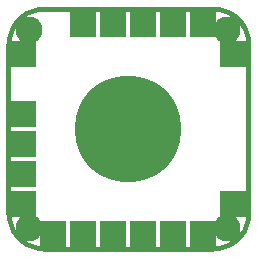
<source format=gbs>
G04 (created by PCBNEW-RS274X (2012-jan-04)-stable) date Thu 19 Apr 2012 09:17:57 PM CEST*
G01*
G70*
G90*
%MOIN*%
G04 Gerber Fmt 3.4, Leading zero omitted, Abs format*
%FSLAX34Y34*%
G04 APERTURE LIST*
%ADD10C,0.006000*%
%ADD11C,0.015000*%
%ADD12R,0.090000X0.090000*%
%ADD13R,0.090000X0.087000*%
%ADD14C,0.090000*%
%ADD15C,0.354600*%
%ADD16C,0.059400*%
G04 APERTURE END LIST*
G54D10*
G54D11*
X27390Y-33527D02*
X27390Y-39127D01*
X34190Y-32327D02*
X28590Y-32327D01*
X35390Y-39127D02*
X35390Y-33527D01*
X28590Y-40327D02*
X34190Y-40327D01*
X27390Y-39127D02*
X27395Y-39231D01*
X27409Y-39335D01*
X27431Y-39437D01*
X27463Y-39537D01*
X27503Y-39634D01*
X27551Y-39726D01*
X27608Y-39815D01*
X27671Y-39898D01*
X27742Y-39975D01*
X27819Y-40046D01*
X27902Y-40109D01*
X27991Y-40166D01*
X28083Y-40214D01*
X28180Y-40254D01*
X28280Y-40286D01*
X28382Y-40308D01*
X28486Y-40322D01*
X28590Y-40327D01*
X28590Y-32327D02*
X28486Y-32332D01*
X28382Y-32346D01*
X28280Y-32368D01*
X28180Y-32400D01*
X28083Y-32440D01*
X27991Y-32488D01*
X27902Y-32545D01*
X27819Y-32608D01*
X27742Y-32679D01*
X27671Y-32756D01*
X27608Y-32839D01*
X27551Y-32928D01*
X27503Y-33020D01*
X27463Y-33117D01*
X27431Y-33217D01*
X27409Y-33319D01*
X27395Y-33423D01*
X27390Y-33527D01*
X35390Y-33527D02*
X35385Y-33423D01*
X35371Y-33319D01*
X35349Y-33217D01*
X35317Y-33117D01*
X35277Y-33020D01*
X35229Y-32928D01*
X35172Y-32839D01*
X35109Y-32756D01*
X35038Y-32679D01*
X34961Y-32608D01*
X34878Y-32545D01*
X34790Y-32488D01*
X34697Y-32440D01*
X34600Y-32400D01*
X34500Y-32368D01*
X34398Y-32346D01*
X34294Y-32332D01*
X34190Y-32327D01*
X34190Y-40327D02*
X34294Y-40322D01*
X34398Y-40308D01*
X34500Y-40286D01*
X34600Y-40254D01*
X34697Y-40214D01*
X34790Y-40166D01*
X34878Y-40109D01*
X34961Y-40046D01*
X35038Y-39975D01*
X35109Y-39898D01*
X35172Y-39815D01*
X35229Y-39726D01*
X35277Y-39634D01*
X35317Y-39537D01*
X35349Y-39437D01*
X35371Y-39335D01*
X35385Y-39231D01*
X35390Y-39127D01*
G54D12*
X30890Y-39827D03*
X33890Y-39827D03*
X32890Y-39827D03*
X28890Y-39827D03*
X29890Y-39827D03*
X31890Y-39827D03*
X31890Y-32827D03*
X32890Y-32827D03*
X27890Y-37827D03*
X27890Y-36827D03*
X27890Y-35827D03*
G54D13*
X30890Y-32827D03*
G54D12*
X29890Y-32827D03*
X33890Y-32827D03*
X27890Y-33827D03*
G54D14*
X34690Y-33027D03*
G54D12*
X27890Y-38827D03*
G54D14*
X34690Y-39627D03*
X28090Y-33027D03*
X28090Y-39627D03*
G54D12*
X34890Y-33827D03*
X34890Y-38827D03*
G54D15*
X31390Y-36327D03*
G54D16*
X31959Y-35758D03*
X30821Y-36896D03*
M02*

</source>
